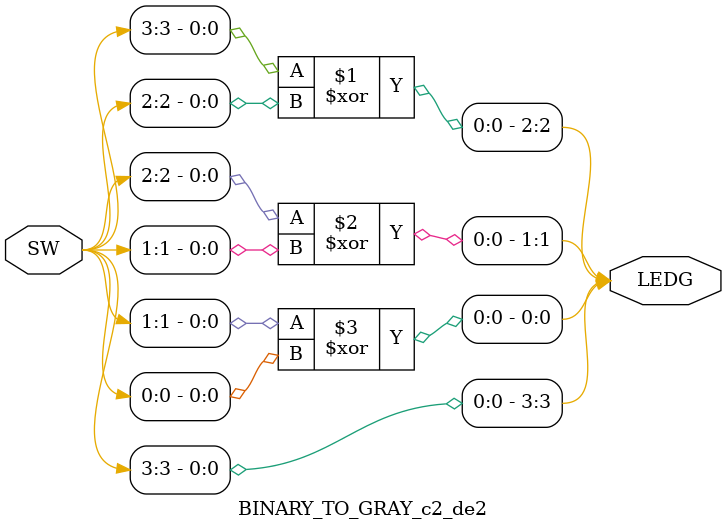
<source format=v>
module BINARY_TO_GRAY_c2_de2 (
	input[3:0] SW,
	output[3:0] LEDG
);

	assign LEDG[3] = SW[3];
	xor(LEDG[2], SW[3], SW[2]);
	xor(LEDG[1], SW[2], SW[1]);
	xor(LEDG[0], SW[1], SW[0]);
endmodule
</source>
